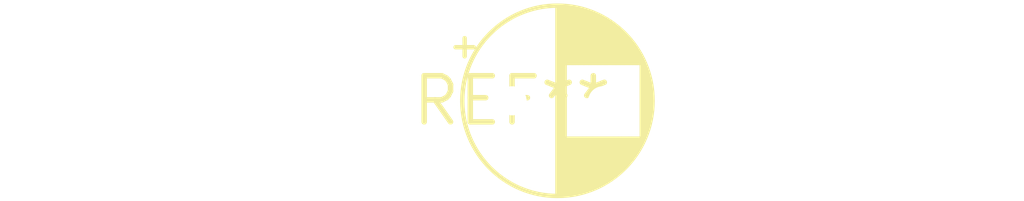
<source format=kicad_pcb>
(kicad_pcb (version 20240108) (generator pcbnew)
  (layers (0 "F.Cu" signal) (31 "B.Cu" signal) (34 "B.Paste" user) (35 "F.Paste" user) (36 "B.SilkS" user "B.Silkscreen") (37 "F.SilkS" user "F.Silkscreen") (38 "B.Mask" user) (39 "F.Mask" user) (44 "Edge.Cuts" user))
  (net 0 "")
  (footprint "CP_Radial_D5.0mm_P2.50mm" (layer "F.Cu") (at 0 0)
    (property "Reference" "REF**")
    (property "Value" "CP_Radial_D5.0mm_P2.50mm")
    (fp_line (start -1.554775 -1.475) (end -1.054775 -1.475) (layer "F.SilkS") (stroke (width 0.12)))
    (fp_line (start -1.304775 -1.725) (end -1.304775 -1.225) (layer "F.SilkS") (stroke (width 0.12)))
    (fp_line (start 1.25 -2.58) (end 1.25 2.58) (layer "F.SilkS") (stroke (width 0.12)))
    (fp_line (start 1.29 -2.58) (end 1.29 2.58) (layer "F.SilkS") (stroke (width 0.12)))
    (fp_line (start 1.33 -2.579) (end 1.33 2.579) (layer "F.SilkS") (stroke (width 0.12)))
    (fp_line (start 1.37 -2.578) (end 1.37 2.578) (layer "F.SilkS") (stroke (width 0.12)))
    (fp_line (start 1.41 -2.576) (end 1.41 2.576) (layer "F.SilkS") (stroke (width 0.12)))
    (fp_line (start 1.45 -2.573) (end 1.45 2.573) (layer "F.SilkS") (stroke (width 0.12)))
    (fp_line (start 1.49 -2.569) (end 1.49 -1.04) (layer "F.SilkS") (stroke (width 0.12)))
    (fp_line (start 1.49 1.04) (end 1.49 2.569) (layer "F.SilkS") (stroke (width 0.12)))
    (fp_line (start 1.53 -2.565) (end 1.53 -1.04) (layer "F.SilkS") (stroke (width 0.12)))
    (fp_line (start 1.53 1.04) (end 1.53 2.565) (layer "F.SilkS") (stroke (width 0.12)))
    (fp_line (start 1.57 -2.561) (end 1.57 -1.04) (layer "F.SilkS") (stroke (width 0.12)))
    (fp_line (start 1.57 1.04) (end 1.57 2.561) (layer "F.SilkS") (stroke (width 0.12)))
    (fp_line (start 1.61 -2.556) (end 1.61 -1.04) (layer "F.SilkS") (stroke (width 0.12)))
    (fp_line (start 1.61 1.04) (end 1.61 2.556) (layer "F.SilkS") (stroke (width 0.12)))
    (fp_line (start 1.65 -2.55) (end 1.65 -1.04) (layer "F.SilkS") (stroke (width 0.12)))
    (fp_line (start 1.65 1.04) (end 1.65 2.55) (layer "F.SilkS") (stroke (width 0.12)))
    (fp_line (start 1.69 -2.543) (end 1.69 -1.04) (layer "F.SilkS") (stroke (width 0.12)))
    (fp_line (start 1.69 1.04) (end 1.69 2.543) (layer "F.SilkS") (stroke (width 0.12)))
    (fp_line (start 1.73 -2.536) (end 1.73 -1.04) (layer "F.SilkS") (stroke (width 0.12)))
    (fp_line (start 1.73 1.04) (end 1.73 2.536) (layer "F.SilkS") (stroke (width 0.12)))
    (fp_line (start 1.77 -2.528) (end 1.77 -1.04) (layer "F.SilkS") (stroke (width 0.12)))
    (fp_line (start 1.77 1.04) (end 1.77 2.528) (layer "F.SilkS") (stroke (width 0.12)))
    (fp_line (start 1.81 -2.52) (end 1.81 -1.04) (layer "F.SilkS") (stroke (width 0.12)))
    (fp_line (start 1.81 1.04) (end 1.81 2.52) (layer "F.SilkS") (stroke (width 0.12)))
    (fp_line (start 1.85 -2.511) (end 1.85 -1.04) (layer "F.SilkS") (stroke (width 0.12)))
    (fp_line (start 1.85 1.04) (end 1.85 2.511) (layer "F.SilkS") (stroke (width 0.12)))
    (fp_line (start 1.89 -2.501) (end 1.89 -1.04) (layer "F.SilkS") (stroke (width 0.12)))
    (fp_line (start 1.89 1.04) (end 1.89 2.501) (layer "F.SilkS") (stroke (width 0.12)))
    (fp_line (start 1.93 -2.491) (end 1.93 -1.04) (layer "F.SilkS") (stroke (width 0.12)))
    (fp_line (start 1.93 1.04) (end 1.93 2.491) (layer "F.SilkS") (stroke (width 0.12)))
    (fp_line (start 1.971 -2.48) (end 1.971 -1.04) (layer "F.SilkS") (stroke (width 0.12)))
    (fp_line (start 1.971 1.04) (end 1.971 2.48) (layer "F.SilkS") (stroke (width 0.12)))
    (fp_line (start 2.011 -2.468) (end 2.011 -1.04) (layer "F.SilkS") (stroke (width 0.12)))
    (fp_line (start 2.011 1.04) (end 2.011 2.468) (layer "F.SilkS") (stroke (width 0.12)))
    (fp_line (start 2.051 -2.455) (end 2.051 -1.04) (layer "F.SilkS") (stroke (width 0.12)))
    (fp_line (start 2.051 1.04) (end 2.051 2.455) (layer "F.SilkS") (stroke (width 0.12)))
    (fp_line (start 2.091 -2.442) (end 2.091 -1.04) (layer "F.SilkS") (stroke (width 0.12)))
    (fp_line (start 2.091 1.04) (end 2.091 2.442) (layer "F.SilkS") (stroke (width 0.12)))
    (fp_line (start 2.131 -2.428) (end 2.131 -1.04) (layer "F.SilkS") (stroke (width 0.12)))
    (fp_line (start 2.131 1.04) (end 2.131 2.428) (layer "F.SilkS") (stroke (width 0.12)))
    (fp_line (start 2.171 -2.414) (end 2.171 -1.04) (layer "F.SilkS") (stroke (width 0.12)))
    (fp_line (start 2.171 1.04) (end 2.171 2.414) (layer "F.SilkS") (stroke (width 0.12)))
    (fp_line (start 2.211 -2.398) (end 2.211 -1.04) (layer "F.SilkS") (stroke (width 0.12)))
    (fp_line (start 2.211 1.04) (end 2.211 2.398) (layer "F.SilkS") (stroke (width 0.12)))
    (fp_line (start 2.251 -2.382) (end 2.251 -1.04) (layer "F.SilkS") (stroke (width 0.12)))
    (fp_line (start 2.251 1.04) (end 2.251 2.382) (layer "F.SilkS") (stroke (width 0.12)))
    (fp_line (start 2.291 -2.365) (end 2.291 -1.04) (layer "F.SilkS") (stroke (width 0.12)))
    (fp_line (start 2.291 1.04) (end 2.291 2.365) (layer "F.SilkS") (stroke (width 0.12)))
    (fp_line (start 2.331 -2.348) (end 2.331 -1.04) (layer "F.SilkS") (stroke (width 0.12)))
    (fp_line (start 2.331 1.04) (end 2.331 2.348) (layer "F.SilkS") (stroke (width 0.12)))
    (fp_line (start 2.371 -2.329) (end 2.371 -1.04) (layer "F.SilkS") (stroke (width 0.12)))
    (fp_line (start 2.371 1.04) (end 2.371 2.329) (layer "F.SilkS") (stroke (width 0.12)))
    (fp_line (start 2.411 -2.31) (end 2.411 -1.04) (layer "F.SilkS") (stroke (width 0.12)))
    (fp_line (start 2.411 1.04) (end 2.411 2.31) (layer "F.SilkS") (stroke (width 0.12)))
    (fp_line (start 2.451 -2.29) (end 2.451 -1.04) (layer "F.SilkS") (stroke (width 0.12)))
    (fp_line (start 2.451 1.04) (end 2.451 2.29) (layer "F.SilkS") (stroke (width 0.12)))
    (fp_line (start 2.491 -2.268) (end 2.491 -1.04) (layer "F.SilkS") (stroke (width 0.12)))
    (fp_line (start 2.491 1.04) (end 2.491 2.268) (layer "F.SilkS") (stroke (width 0.12)))
    (fp_line (start 2.531 -2.247) (end 2.531 -1.04) (layer "F.SilkS") (stroke (width 0.12)))
    (fp_line (start 2.531 1.04) (end 2.531 2.247) (layer "F.SilkS") (stroke (width 0.12)))
    (fp_line (start 2.571 -2.224) (end 2.571 -1.04) (layer "F.SilkS") (stroke (width 0.12)))
    (fp_line (start 2.571 1.04) (end 2.571 2.224) (layer "F.SilkS") (stroke (width 0.12)))
    (fp_line (start 2.611 -2.2) (end 2.611 -1.04) (layer "F.SilkS") (stroke (width 0.12)))
    (fp_line (start 2.611 1.04) (end 2.611 2.2) (layer "F.SilkS") (stroke (width 0.12)))
    (fp_line (start 2.651 -2.175) (end 2.651 -1.04) (layer "F.SilkS") (stroke (width 0.12)))
    (fp_line (start 2.651 1.04) (end 2.651 2.175) (layer "F.SilkS") (stroke (width 0.12)))
    (fp_line (start 2.691 -2.149) (end 2.691 -1.04) (layer "F.SilkS") (stroke (width 0.12)))
    (fp_line (start 2.691 1.04) (end 2.691 2.149) (layer "F.SilkS") (stroke (width 0.12)))
    (fp_line (start 2.731 -2.122) (end 2.731 -1.04) (layer "F.SilkS") (stroke (width 0.12)))
    (fp_line (start 2.731 1.04) (end 2.731 2.122) (layer "F.SilkS") (stroke (width 0.12)))
    (fp_line (start 2.771 -2.095) (end 2.771 -1.04) (layer "F.SilkS") (stroke (width 0.12)))
    (fp_line (start 2.771 1.04) (end 2.771 2.095) (layer "F.SilkS") (stroke (width 0.12)))
    (fp_line (start 2.811 -2.065) (end 2.811 -1.04) (layer "F.SilkS") (stroke (width 0.12)))
    (fp_line (start 2.811 1.04) (end 2.811 2.065) (layer "F.SilkS") (stroke (width 0.12)))
    (fp_line (start 2.851 -2.035) (end 2.851 -1.04) (layer "F.SilkS") (stroke (width 0.12)))
    (fp_line (start 2.851 1.04) (end 2.851 2.035) (layer "F.SilkS") (stroke (width 0.12)))
    (fp_line (start 2.891 -2.004) (end 2.891 -1.04) (layer "F.SilkS") (stroke (width 0.12)))
    (fp_line (start 2.891 1.04) (end 2.891 2.004) (layer "F.SilkS") (stroke (width 0.12)))
    (fp_line (start 2.931 -1.971) (end 2.931 -1.04) (layer "F.SilkS") (stroke (width 0.12)))
    (fp_line (start 2.931 1.04) (end 2.931 1.971) (layer "F.SilkS") (stroke (width 0.12)))
    (fp_line (start 2.971 -1.937) (end 2.971 -1.04) (layer "F.SilkS") (stroke (width 0.12)))
    (fp_line (start 2.971 1.04) (end 2.971 1.937) (layer "F.SilkS") (stroke (width 0.12)))
    (fp_line (start 3.011 -1.901) (end 3.011 -1.04) (layer "F.SilkS") (stroke (width 0.12)))
    (fp_line (start 3.011 1.04) (end 3.011 1.901) (layer "F.SilkS") (stroke (width 0.12)))
    (fp_line (start 3.051 -1.864) (end 3.051 -1.04) (layer "F.SilkS") (stroke (width 0.12)))
    (fp_line (start 3.051 1.04) (end 3.051 1.864) (layer "F.SilkS") (stroke (width 0.12)))
    (fp_line (start 3.091 -1.826) (end 3.091 -1.04) (layer "F.SilkS") (stroke (width 0.12)))
    (fp_line (start 3.091 1.04) (end 3.091 1.826) (layer "F.SilkS") (stroke (width 0.12)))
    (fp_line (start 3.131 -1.785) (end 3.131 -1.04) (layer "F.SilkS") (stroke (width 0.12)))
    (fp_line (start 3.131 1.04) (end 3.131 1.785) (layer "F.SilkS") (stroke (width 0.12)))
    (fp_line (start 3.171 -1.743) (end 3.171 -1.04) (layer "F.SilkS") (stroke (width 0.12)))
    (fp_line (start 3.171 1.04) (end 3.171 1.743) (layer "F.SilkS") (stroke (width 0.12)))
    (fp_line (start 3.211 -1.699) (end 3.211 -1.04) (layer "F.SilkS") (stroke (width 0.12)))
    (fp_line (start 3.211 1.04) (end 3.211 1.699) (layer "F.SilkS") (stroke (width 0.12)))
    (fp_line (start 3.251 -1.653) (end 3.251 -1.04) (layer "F.SilkS") (stroke (width 0.12)))
    (fp_line (start 3.251 1.04) (end 3.251 1.653) (layer "F.SilkS") (stroke (width 0.12)))
    (fp_line (start 3.291 -1.605) (end 3.291 -1.04) (layer "F.SilkS") (stroke (width 0.12)))
    (fp_line (start 3.291 1.04) (end 3.291 1.605) (layer "F.SilkS") (stroke (width 0.12)))
    (fp_line (start 3.331 -1.554) (end 3.331 -1.04) (layer "F.SilkS") (stroke (width 0.12)))
    (fp_line (start 3.331 1.04) (end 3.331 1.554) (layer "F.SilkS") (stroke (width 0.12)))
    (fp_line (start 3.371 -1.5) (end 3.371 -1.04) (layer "F.SilkS") (stroke (width 0.12)))
    (fp_line (start 3.371 1.04) (end 3.371 1.5) (layer "F.SilkS") (stroke (width 0.12)))
    (fp_line (start 3.411 -1.443) (end 3.411 -1.04) (layer "F.SilkS") (stroke (width 0.12)))
    (fp_line (start 3.411 1.04) (end 3.411 1.443) (layer "F.SilkS") (stroke (width 0.12)))
    (fp_line (start 3.451 -1.383) (end 3.451 -1.04) (layer "F.SilkS") (stroke (width 0.12)))
    (fp_line (start 3.451 1.04) (end 3.451 1.383) (layer "F.SilkS") (stroke (width 0.12)))
    (fp_line (start 3.491 -1.319) (end 3.491 -1.04) (layer "F.SilkS") (stroke (width 0.12)))
    (fp_line (start 3.491 1.04) (end 3.491 1.319) (layer "F.SilkS") (stroke (width 0.12)))
    (fp_line (start 3.531 -1.251) (end 3.531 -1.04) (layer "F.SilkS") (stroke (width 0.12)))
    (fp_line (start 3.531 1.04) (end 3.531 1.251) (layer "F.SilkS") (stroke (width 0.12)))
    (fp_line (start 3.571 -1.178) (end 3.571 1.178) (layer "F.SilkS") (stroke (width 0.12)))
    (fp_line (start 3.611 -1.098) (end 3.611 1.098) (layer "F.SilkS") (stroke (width 0.12)))
    (fp_line (start 3.651 -1.011) (end 3.651 1.011) (layer "F.SilkS") (stroke (width 0.12)))
    (fp_line (start 3.691 -0.915) (end 3.691 0.915) (layer "F.SilkS") (stroke (width 0.12)))
    (fp_line (start 3.731 -0.805) (end 3.731 0.805) (layer "F.SilkS") (stroke (width 0.12)))
    (fp_line (start 3.771 -0.677) (end 3.771 0.677) (layer "F.SilkS") (stroke (width 0.12)))
    (fp_line (start 3.811 -0.518) (end 3.811 0.518) (layer "F.SilkS") (stroke (width 0.12)))
    (fp_line (start 3.851 -0.284) (end 3.851 0.284) (layer "F.SilkS") (stroke (width 0.12)))
    (fp_circle (center 1.25 0) (end 3.87 0) (layer "F.SilkS") (stroke (width 0.12)) (fill none))
    (pad "1" thru_hole rect (at 0 0) (size 1.6 1.6) (drill 0.8) (layers *.Cu *.Mask) (remove_unused_layers))
    (pad "2" thru_hole circle (at 2.5 0) (size 1.6 1.6) (drill 0.8) (layers *.Cu *.Mask) (remove_unused_layers))
  )
)
</source>
